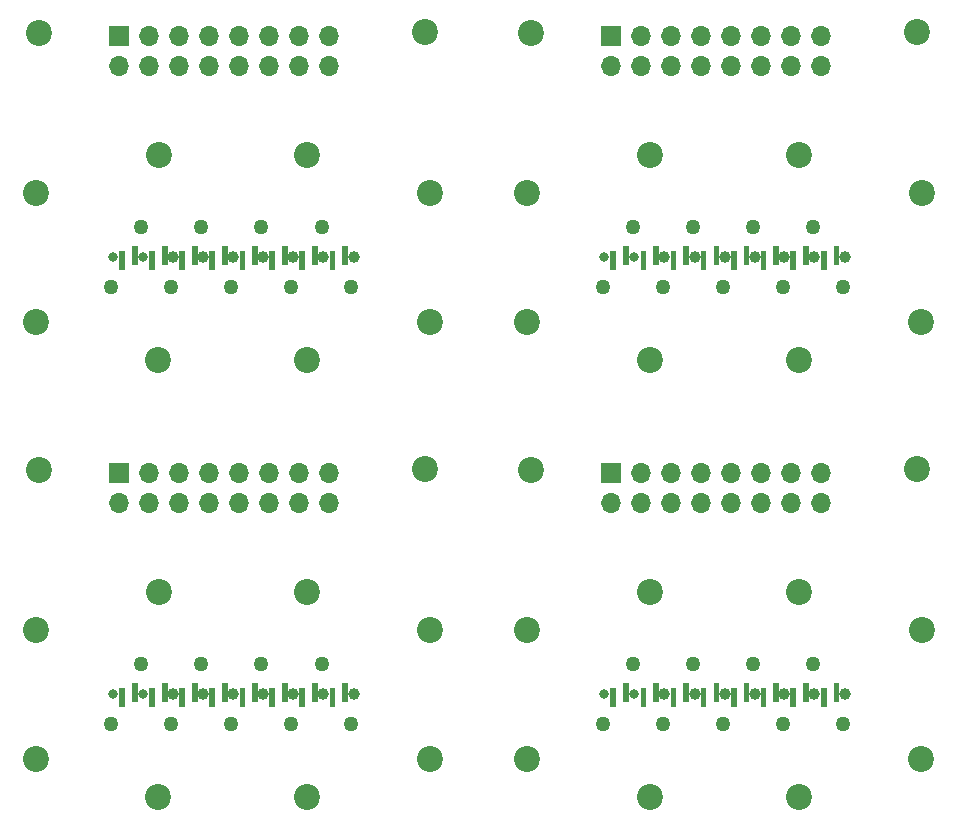
<source format=gbs>
%MOIN*%
%OFA0B0*%
%FSLAX46Y46*%
%IPPOS*%
%LPD*%
%ADD10C,0.0039370078740157488*%
%ADD11C,0.03937007874015748*%
%ADD12C,0.031496062992125991*%
%ADD13C,0.086614173228346469*%
%ADD14O,0.066929133858267723X0.066929133858267723*%
%ADD15R,0.066929133858267723X0.066929133858267723*%
%ADD16R,0.015748031496062995X0.059055118110236227*%
%ADD17C,0.05*%
%ADD28C,0.0039370078740157488*%
%ADD29C,0.03937007874015748*%
%ADD30C,0.031496062992125991*%
%ADD31C,0.086614173228346469*%
%ADD32O,0.066929133858267723X0.066929133858267723*%
%ADD33R,0.066929133858267723X0.066929133858267723*%
%ADD34R,0.015748031496062995X0.059055118110236227*%
%ADD35C,0.05*%
%ADD36C,0.0039370078740157488*%
%ADD37C,0.03937007874015748*%
%ADD38C,0.031496062992125991*%
%ADD39C,0.086614173228346469*%
%ADD40O,0.066929133858267723X0.066929133858267723*%
%ADD41R,0.066929133858267723X0.066929133858267723*%
%ADD42R,0.015748031496062995X0.059055118110236227*%
%ADD43C,0.05*%
%ADD44C,0.0039370078740157488*%
%ADD45C,0.03937007874015748*%
%ADD46C,0.031496062992125991*%
%ADD47C,0.086614173228346469*%
%ADD48O,0.066929133858267723X0.066929133858267723*%
%ADD49R,0.066929133858267723X0.066929133858267723*%
%ADD50R,0.015748031496062995X0.059055118110236227*%
%ADD51C,0.05*%
G01*
D10*
G36*
X0000503264Y0000514205D02*
G01*
X0000519012Y0000514205D01*
X0000519012Y0000455150D01*
X0000503264Y0000455150D01*
X0000503264Y0000514205D01*
G37*
X0000503264Y0000514205D02*
X0000519012Y0000514205D01*
X0000519012Y0000455150D01*
X0000503264Y0000455150D01*
X0000503264Y0000514205D01*
G36*
X0000545783Y0000529953D02*
G01*
X0000561531Y0000529953D01*
X0000561531Y0000470898D01*
X0000545783Y0000470898D01*
X0000545783Y0000529953D01*
G37*
X0000545783Y0000529953D02*
X0000561531Y0000529953D01*
X0000561531Y0000470898D01*
X0000545783Y0000470898D01*
X0000545783Y0000529953D01*
G36*
X0000603264Y0000513205D02*
G01*
X0000619012Y0000513205D01*
X0000619012Y0000454150D01*
X0000603264Y0000454150D01*
X0000603264Y0000513205D01*
G37*
X0000603264Y0000513205D02*
X0000619012Y0000513205D01*
X0000619012Y0000454150D01*
X0000603264Y0000454150D01*
X0000603264Y0000513205D01*
G36*
X0000645783Y0000528953D02*
G01*
X0000661531Y0000528953D01*
X0000661531Y0000469898D01*
X0000645783Y0000469898D01*
X0000645783Y0000528953D01*
G37*
X0000645783Y0000528953D02*
X0000661531Y0000528953D01*
X0000661531Y0000469898D01*
X0000645783Y0000469898D01*
X0000645783Y0000528953D01*
G36*
X0000703764Y0000513705D02*
G01*
X0000719512Y0000513705D01*
X0000719512Y0000454650D01*
X0000703764Y0000454650D01*
X0000703764Y0000513705D01*
G37*
X0000703764Y0000513705D02*
X0000719512Y0000513705D01*
X0000719512Y0000454650D01*
X0000703764Y0000454650D01*
X0000703764Y0000513705D01*
G36*
X0000746283Y0000529453D02*
G01*
X0000762031Y0000529453D01*
X0000762031Y0000470398D01*
X0000746283Y0000470398D01*
X0000746283Y0000529453D01*
G37*
X0000746283Y0000529453D02*
X0000762031Y0000529453D01*
X0000762031Y0000470398D01*
X0000746283Y0000470398D01*
X0000746283Y0000529453D01*
G36*
X0000804264Y0000513705D02*
G01*
X0000820012Y0000513705D01*
X0000820012Y0000454650D01*
X0000804264Y0000454650D01*
X0000804264Y0000513705D01*
G37*
X0000804264Y0000513705D02*
X0000820012Y0000513705D01*
X0000820012Y0000454650D01*
X0000804264Y0000454650D01*
X0000804264Y0000513705D01*
G36*
X0000846783Y0000529453D02*
G01*
X0000862531Y0000529453D01*
X0000862531Y0000470398D01*
X0000846783Y0000470398D01*
X0000846783Y0000529453D01*
G37*
X0000846783Y0000529453D02*
X0000862531Y0000529453D01*
X0000862531Y0000470398D01*
X0000846783Y0000470398D01*
X0000846783Y0000529453D01*
G36*
X0000402764Y0000513705D02*
G01*
X0000418512Y0000513705D01*
X0000418512Y0000454650D01*
X0000402764Y0000454650D01*
X0000402764Y0000513705D01*
G37*
X0000402764Y0000513705D02*
X0000418512Y0000513705D01*
X0000418512Y0000454650D01*
X0000402764Y0000454650D01*
X0000402764Y0000513705D01*
G36*
X0000445283Y0000529453D02*
G01*
X0000461031Y0000529453D01*
X0000461031Y0000470398D01*
X0000445283Y0000470398D01*
X0000445283Y0000529453D01*
G37*
X0000445283Y0000529453D02*
X0000461031Y0000529453D01*
X0000461031Y0000470398D01*
X0000445283Y0000470398D01*
X0000445283Y0000529453D01*
G36*
X0000903264Y0000513705D02*
G01*
X0000919012Y0000513705D01*
X0000919012Y0000454650D01*
X0000903264Y0000454650D01*
X0000903264Y0000513705D01*
G37*
X0000903264Y0000513705D02*
X0000919012Y0000513705D01*
X0000919012Y0000454650D01*
X0000903264Y0000454650D01*
X0000903264Y0000513705D01*
G36*
X0000945783Y0000529453D02*
G01*
X0000961531Y0000529453D01*
X0000961531Y0000470398D01*
X0000945783Y0000470398D01*
X0000945783Y0000529453D01*
G37*
X0000945783Y0000529453D02*
X0000961531Y0000529453D01*
X0000961531Y0000470398D01*
X0000945783Y0000470398D01*
X0000945783Y0000529453D01*
G36*
X0001002764Y0000513705D02*
G01*
X0001018512Y0000513705D01*
X0001018512Y0000454650D01*
X0001002764Y0000454650D01*
X0001002764Y0000513705D01*
G37*
X0001002764Y0000513705D02*
X0001018512Y0000513705D01*
X0001018512Y0000454650D01*
X0001002764Y0000454650D01*
X0001002764Y0000513705D01*
G36*
X0001045283Y0000529453D02*
G01*
X0001061031Y0000529453D01*
X0001061031Y0000470398D01*
X0001045283Y0000470398D01*
X0001045283Y0000529453D01*
G37*
X0001045283Y0000529453D02*
X0001061031Y0000529453D01*
X0001061031Y0000470398D01*
X0001045283Y0000470398D01*
X0001045283Y0000529453D01*
G36*
X0001104264Y0000513705D02*
G01*
X0001120012Y0000513705D01*
X0001120012Y0000454650D01*
X0001104264Y0000454650D01*
X0001104264Y0000513705D01*
G37*
X0001104264Y0000513705D02*
X0001120012Y0000513705D01*
X0001120012Y0000454650D01*
X0001104264Y0000454650D01*
X0001104264Y0000513705D01*
G36*
X0001146783Y0000529453D02*
G01*
X0001162531Y0000529453D01*
X0001162531Y0000470398D01*
X0001146783Y0000470398D01*
X0001146783Y0000529453D01*
G37*
X0001146783Y0000529453D02*
X0001162531Y0000529453D01*
X0001162531Y0000470398D01*
X0001146783Y0000470398D01*
X0001146783Y0000529453D01*
D11*
X0000582397Y0000492052D03*
X0001185897Y0000492052D03*
X0001082397Y0000492052D03*
X0000783397Y0000492052D03*
D12*
X0000482397Y0000492052D03*
D11*
X0000682897Y0000492052D03*
X0000982397Y0000492052D03*
D12*
X0000381897Y0000492052D03*
D11*
X0000882897Y0000492052D03*
D13*
X0000136897Y0001241052D03*
X0001423897Y0001243052D03*
D14*
X0001103897Y0001130052D03*
X0001103897Y0001230052D03*
X0001003897Y0001130052D03*
X0001003897Y0001230052D03*
X0000903897Y0001130052D03*
X0000903897Y0001230052D03*
X0000803897Y0001130052D03*
X0000803897Y0001230052D03*
X0000703897Y0001130052D03*
X0000703897Y0001230052D03*
X0000603897Y0001130052D03*
X0000603897Y0001230052D03*
X0000503897Y0001130052D03*
X0000503897Y0001230052D03*
X0000403897Y0001130052D03*
D15*
X0000403897Y0001230052D03*
D16*
X0000511138Y0000484678D03*
X0000553657Y0000500426D03*
X0000611138Y0000483678D03*
X0000653657Y0000499426D03*
X0000711638Y0000484178D03*
X0000754157Y0000499926D03*
X0000812138Y0000484178D03*
X0000854657Y0000499926D03*
X0000410638Y0000484178D03*
X0000453157Y0000499926D03*
D17*
X0000376897Y0000392052D03*
D16*
X0000911138Y0000484178D03*
X0000953657Y0000499926D03*
D13*
X0000124897Y0000708552D03*
X0000533897Y0000149552D03*
X0000124897Y0000275552D03*
X0001439397Y0000275552D03*
X0001439897Y0000708552D03*
X0000534397Y0000834552D03*
X0001030397Y0000149552D03*
X0001030397Y0000834552D03*
D17*
X0000876897Y0000592052D03*
X0000476897Y0000592052D03*
X0000576897Y0000392052D03*
X0000776897Y0000392052D03*
X0000976897Y0000392052D03*
X0001176897Y0000393052D03*
X0001077397Y0000592052D03*
X0000676897Y0000592052D03*
D16*
X0001010638Y0000484178D03*
X0001053157Y0000499926D03*
X0001112138Y0000484178D03*
X0001154657Y0000499926D03*
G04 next file*
G04 #@! TF.GenerationSoftware,KiCad,Pcbnew,(5.1.12)-1*
G04 #@! TF.CreationDate,2022-03-29T12:16:14+08:00*
G04 #@! TF.ProjectId,Nozzle,4e6f7a7a-6c65-42e6-9b69-6361645f7063,Gen3.1a*
G04 #@! TF.SameCoordinates,Original*
G04 #@! TF.FileFunction,Soldermask,Bot*
G04 #@! TF.FilePolarity,Negative*
G04 Gerber Fmt 4.6, Leading zero omitted, Abs format (unit mm)*
G04 Created by KiCad (PCBNEW (5.1.12)-1) date 2022-03-29 12:16:14*
G01*
G04 APERTURE LIST*
G04 APERTURE END LIST*
D28*
G36*
X0002140968Y0000514205D02*
G01*
X0002156716Y0000514205D01*
X0002156716Y0000455150D01*
X0002140968Y0000455150D01*
X0002140968Y0000514205D01*
G37*
X0002140968Y0000514205D02*
X0002156716Y0000514205D01*
X0002156716Y0000455150D01*
X0002140968Y0000455150D01*
X0002140968Y0000514205D01*
G36*
X0002183488Y0000529953D02*
G01*
X0002199236Y0000529953D01*
X0002199236Y0000470898D01*
X0002183488Y0000470898D01*
X0002183488Y0000529953D01*
G37*
X0002183488Y0000529953D02*
X0002199236Y0000529953D01*
X0002199236Y0000470898D01*
X0002183488Y0000470898D01*
X0002183488Y0000529953D01*
G36*
X0002240968Y0000513205D02*
G01*
X0002256716Y0000513205D01*
X0002256716Y0000454150D01*
X0002240968Y0000454150D01*
X0002240968Y0000513205D01*
G37*
X0002240968Y0000513205D02*
X0002256716Y0000513205D01*
X0002256716Y0000454150D01*
X0002240968Y0000454150D01*
X0002240968Y0000513205D01*
G36*
X0002283488Y0000528953D02*
G01*
X0002299236Y0000528953D01*
X0002299236Y0000469898D01*
X0002283488Y0000469898D01*
X0002283488Y0000528953D01*
G37*
X0002283488Y0000528953D02*
X0002299236Y0000528953D01*
X0002299236Y0000469898D01*
X0002283488Y0000469898D01*
X0002283488Y0000528953D01*
G36*
X0002341468Y0000513705D02*
G01*
X0002357216Y0000513705D01*
X0002357216Y0000454650D01*
X0002341468Y0000454650D01*
X0002341468Y0000513705D01*
G37*
X0002341468Y0000513705D02*
X0002357216Y0000513705D01*
X0002357216Y0000454650D01*
X0002341468Y0000454650D01*
X0002341468Y0000513705D01*
G36*
X0002383988Y0000529453D02*
G01*
X0002399736Y0000529453D01*
X0002399736Y0000470398D01*
X0002383988Y0000470398D01*
X0002383988Y0000529453D01*
G37*
X0002383988Y0000529453D02*
X0002399736Y0000529453D01*
X0002399736Y0000470398D01*
X0002383988Y0000470398D01*
X0002383988Y0000529453D01*
G36*
X0002441968Y0000513705D02*
G01*
X0002457716Y0000513705D01*
X0002457716Y0000454650D01*
X0002441968Y0000454650D01*
X0002441968Y0000513705D01*
G37*
X0002441968Y0000513705D02*
X0002457716Y0000513705D01*
X0002457716Y0000454650D01*
X0002441968Y0000454650D01*
X0002441968Y0000513705D01*
G36*
X0002484488Y0000529453D02*
G01*
X0002500236Y0000529453D01*
X0002500236Y0000470398D01*
X0002484488Y0000470398D01*
X0002484488Y0000529453D01*
G37*
X0002484488Y0000529453D02*
X0002500236Y0000529453D01*
X0002500236Y0000470398D01*
X0002484488Y0000470398D01*
X0002484488Y0000529453D01*
G36*
X0002040468Y0000513705D02*
G01*
X0002056216Y0000513705D01*
X0002056216Y0000454650D01*
X0002040468Y0000454650D01*
X0002040468Y0000513705D01*
G37*
X0002040468Y0000513705D02*
X0002056216Y0000513705D01*
X0002056216Y0000454650D01*
X0002040468Y0000454650D01*
X0002040468Y0000513705D01*
G36*
X0002082988Y0000529453D02*
G01*
X0002098736Y0000529453D01*
X0002098736Y0000470398D01*
X0002082988Y0000470398D01*
X0002082988Y0000529453D01*
G37*
X0002082988Y0000529453D02*
X0002098736Y0000529453D01*
X0002098736Y0000470398D01*
X0002082988Y0000470398D01*
X0002082988Y0000529453D01*
G36*
X0002540968Y0000513705D02*
G01*
X0002556716Y0000513705D01*
X0002556716Y0000454650D01*
X0002540968Y0000454650D01*
X0002540968Y0000513705D01*
G37*
X0002540968Y0000513705D02*
X0002556716Y0000513705D01*
X0002556716Y0000454650D01*
X0002540968Y0000454650D01*
X0002540968Y0000513705D01*
G36*
X0002583488Y0000529453D02*
G01*
X0002599236Y0000529453D01*
X0002599236Y0000470398D01*
X0002583488Y0000470398D01*
X0002583488Y0000529453D01*
G37*
X0002583488Y0000529453D02*
X0002599236Y0000529453D01*
X0002599236Y0000470398D01*
X0002583488Y0000470398D01*
X0002583488Y0000529453D01*
G36*
X0002640468Y0000513705D02*
G01*
X0002656216Y0000513705D01*
X0002656216Y0000454650D01*
X0002640468Y0000454650D01*
X0002640468Y0000513705D01*
G37*
X0002640468Y0000513705D02*
X0002656216Y0000513705D01*
X0002656216Y0000454650D01*
X0002640468Y0000454650D01*
X0002640468Y0000513705D01*
G36*
X0002682988Y0000529453D02*
G01*
X0002698736Y0000529453D01*
X0002698736Y0000470398D01*
X0002682988Y0000470398D01*
X0002682988Y0000529453D01*
G37*
X0002682988Y0000529453D02*
X0002698736Y0000529453D01*
X0002698736Y0000470398D01*
X0002682988Y0000470398D01*
X0002682988Y0000529453D01*
G36*
X0002741968Y0000513705D02*
G01*
X0002757716Y0000513705D01*
X0002757716Y0000454650D01*
X0002741968Y0000454650D01*
X0002741968Y0000513705D01*
G37*
X0002741968Y0000513705D02*
X0002757716Y0000513705D01*
X0002757716Y0000454650D01*
X0002741968Y0000454650D01*
X0002741968Y0000513705D01*
G36*
X0002784488Y0000529453D02*
G01*
X0002800236Y0000529453D01*
X0002800236Y0000470398D01*
X0002784488Y0000470398D01*
X0002784488Y0000529453D01*
G37*
X0002784488Y0000529453D02*
X0002800236Y0000529453D01*
X0002800236Y0000470398D01*
X0002784488Y0000470398D01*
X0002784488Y0000529453D01*
D29*
X0002220102Y0000492052D03*
X0002823602Y0000492052D03*
X0002720102Y0000492052D03*
X0002421102Y0000492052D03*
D30*
X0002120102Y0000492052D03*
D29*
X0002320602Y0000492052D03*
X0002620102Y0000492052D03*
D30*
X0002019602Y0000492052D03*
D29*
X0002520602Y0000492052D03*
D31*
X0001774602Y0001241052D03*
X0003061602Y0001243052D03*
D32*
X0002741602Y0001130052D03*
X0002741602Y0001230052D03*
X0002641602Y0001130052D03*
X0002641602Y0001230052D03*
X0002541602Y0001130052D03*
X0002541602Y0001230052D03*
X0002441602Y0001130052D03*
X0002441602Y0001230052D03*
X0002341602Y0001130052D03*
X0002341602Y0001230052D03*
X0002241602Y0001130052D03*
X0002241602Y0001230052D03*
X0002141602Y0001130052D03*
X0002141602Y0001230052D03*
X0002041602Y0001130052D03*
D33*
X0002041602Y0001230052D03*
D34*
X0002148842Y0000484678D03*
X0002191362Y0000500426D03*
X0002248842Y0000483678D03*
X0002291362Y0000499426D03*
X0002349342Y0000484178D03*
X0002391862Y0000499926D03*
X0002449842Y0000484178D03*
X0002492362Y0000499926D03*
X0002048342Y0000484178D03*
X0002090862Y0000499926D03*
D35*
X0002014602Y0000392052D03*
D34*
X0002548842Y0000484178D03*
X0002591362Y0000499926D03*
D31*
X0001762602Y0000708552D03*
X0002171602Y0000149552D03*
X0001762602Y0000275552D03*
X0003077102Y0000275552D03*
X0003077602Y0000708552D03*
X0002172102Y0000834552D03*
X0002668102Y0000149552D03*
X0002668102Y0000834552D03*
D35*
X0002514602Y0000592052D03*
X0002114602Y0000592052D03*
X0002214602Y0000392052D03*
X0002414602Y0000392052D03*
X0002614602Y0000392052D03*
X0002814602Y0000393052D03*
X0002715102Y0000592052D03*
X0002314602Y0000592052D03*
D34*
X0002648342Y0000484178D03*
X0002690862Y0000499926D03*
X0002749842Y0000484178D03*
X0002792362Y0000499926D03*
G04 next file*
G04 #@! TF.GenerationSoftware,KiCad,Pcbnew,(5.1.12)-1*
G04 #@! TF.CreationDate,2022-03-29T12:16:14+08:00*
G04 #@! TF.ProjectId,Nozzle,4e6f7a7a-6c65-42e6-9b69-6361645f7063,Gen3.1a*
G04 #@! TF.SameCoordinates,Original*
G04 #@! TF.FileFunction,Soldermask,Bot*
G04 #@! TF.FilePolarity,Negative*
G04 Gerber Fmt 4.6, Leading zero omitted, Abs format (unit mm)*
G04 Created by KiCad (PCBNEW (5.1.12)-1) date 2022-03-29 12:16:14*
G01*
G04 APERTURE LIST*
G04 APERTURE END LIST*
D36*
G36*
X0000503264Y0001970899D02*
G01*
X0000519012Y0001970899D01*
X0000519012Y0001911844D01*
X0000503264Y0001911844D01*
X0000503264Y0001970899D01*
G37*
X0000503264Y0001970899D02*
X0000519012Y0001970899D01*
X0000519012Y0001911844D01*
X0000503264Y0001911844D01*
X0000503264Y0001970899D01*
G36*
X0000545783Y0001986647D02*
G01*
X0000561531Y0001986647D01*
X0000561531Y0001927592D01*
X0000545783Y0001927592D01*
X0000545783Y0001986647D01*
G37*
X0000545783Y0001986647D02*
X0000561531Y0001986647D01*
X0000561531Y0001927592D01*
X0000545783Y0001927592D01*
X0000545783Y0001986647D01*
G36*
X0000603264Y0001969899D02*
G01*
X0000619012Y0001969899D01*
X0000619012Y0001910844D01*
X0000603264Y0001910844D01*
X0000603264Y0001969899D01*
G37*
X0000603264Y0001969899D02*
X0000619012Y0001969899D01*
X0000619012Y0001910844D01*
X0000603264Y0001910844D01*
X0000603264Y0001969899D01*
G36*
X0000645783Y0001985647D02*
G01*
X0000661531Y0001985647D01*
X0000661531Y0001926592D01*
X0000645783Y0001926592D01*
X0000645783Y0001985647D01*
G37*
X0000645783Y0001985647D02*
X0000661531Y0001985647D01*
X0000661531Y0001926592D01*
X0000645783Y0001926592D01*
X0000645783Y0001985647D01*
G36*
X0000703764Y0001970399D02*
G01*
X0000719512Y0001970399D01*
X0000719512Y0001911344D01*
X0000703764Y0001911344D01*
X0000703764Y0001970399D01*
G37*
X0000703764Y0001970399D02*
X0000719512Y0001970399D01*
X0000719512Y0001911344D01*
X0000703764Y0001911344D01*
X0000703764Y0001970399D01*
G36*
X0000746283Y0001986147D02*
G01*
X0000762031Y0001986147D01*
X0000762031Y0001927092D01*
X0000746283Y0001927092D01*
X0000746283Y0001986147D01*
G37*
X0000746283Y0001986147D02*
X0000762031Y0001986147D01*
X0000762031Y0001927092D01*
X0000746283Y0001927092D01*
X0000746283Y0001986147D01*
G36*
X0000804264Y0001970399D02*
G01*
X0000820012Y0001970399D01*
X0000820012Y0001911344D01*
X0000804264Y0001911344D01*
X0000804264Y0001970399D01*
G37*
X0000804264Y0001970399D02*
X0000820012Y0001970399D01*
X0000820012Y0001911344D01*
X0000804264Y0001911344D01*
X0000804264Y0001970399D01*
G36*
X0000846783Y0001986147D02*
G01*
X0000862531Y0001986147D01*
X0000862531Y0001927092D01*
X0000846783Y0001927092D01*
X0000846783Y0001986147D01*
G37*
X0000846783Y0001986147D02*
X0000862531Y0001986147D01*
X0000862531Y0001927092D01*
X0000846783Y0001927092D01*
X0000846783Y0001986147D01*
G36*
X0000402764Y0001970399D02*
G01*
X0000418512Y0001970399D01*
X0000418512Y0001911344D01*
X0000402764Y0001911344D01*
X0000402764Y0001970399D01*
G37*
X0000402764Y0001970399D02*
X0000418512Y0001970399D01*
X0000418512Y0001911344D01*
X0000402764Y0001911344D01*
X0000402764Y0001970399D01*
G36*
X0000445283Y0001986147D02*
G01*
X0000461031Y0001986147D01*
X0000461031Y0001927092D01*
X0000445283Y0001927092D01*
X0000445283Y0001986147D01*
G37*
X0000445283Y0001986147D02*
X0000461031Y0001986147D01*
X0000461031Y0001927092D01*
X0000445283Y0001927092D01*
X0000445283Y0001986147D01*
G36*
X0000903264Y0001970399D02*
G01*
X0000919012Y0001970399D01*
X0000919012Y0001911344D01*
X0000903264Y0001911344D01*
X0000903264Y0001970399D01*
G37*
X0000903264Y0001970399D02*
X0000919012Y0001970399D01*
X0000919012Y0001911344D01*
X0000903264Y0001911344D01*
X0000903264Y0001970399D01*
G36*
X0000945783Y0001986147D02*
G01*
X0000961531Y0001986147D01*
X0000961531Y0001927092D01*
X0000945783Y0001927092D01*
X0000945783Y0001986147D01*
G37*
X0000945783Y0001986147D02*
X0000961531Y0001986147D01*
X0000961531Y0001927092D01*
X0000945783Y0001927092D01*
X0000945783Y0001986147D01*
G36*
X0001002764Y0001970399D02*
G01*
X0001018512Y0001970399D01*
X0001018512Y0001911344D01*
X0001002764Y0001911344D01*
X0001002764Y0001970399D01*
G37*
X0001002764Y0001970399D02*
X0001018512Y0001970399D01*
X0001018512Y0001911344D01*
X0001002764Y0001911344D01*
X0001002764Y0001970399D01*
G36*
X0001045283Y0001986147D02*
G01*
X0001061031Y0001986147D01*
X0001061031Y0001927092D01*
X0001045283Y0001927092D01*
X0001045283Y0001986147D01*
G37*
X0001045283Y0001986147D02*
X0001061031Y0001986147D01*
X0001061031Y0001927092D01*
X0001045283Y0001927092D01*
X0001045283Y0001986147D01*
G36*
X0001104264Y0001970399D02*
G01*
X0001120012Y0001970399D01*
X0001120012Y0001911344D01*
X0001104264Y0001911344D01*
X0001104264Y0001970399D01*
G37*
X0001104264Y0001970399D02*
X0001120012Y0001970399D01*
X0001120012Y0001911344D01*
X0001104264Y0001911344D01*
X0001104264Y0001970399D01*
G36*
X0001146783Y0001986147D02*
G01*
X0001162531Y0001986147D01*
X0001162531Y0001927092D01*
X0001146783Y0001927092D01*
X0001146783Y0001986147D01*
G37*
X0001146783Y0001986147D02*
X0001162531Y0001986147D01*
X0001162531Y0001927092D01*
X0001146783Y0001927092D01*
X0001146783Y0001986147D01*
D37*
X0000582397Y0001948746D03*
X0001185897Y0001948746D03*
X0001082397Y0001948746D03*
X0000783397Y0001948746D03*
D38*
X0000482397Y0001948746D03*
D37*
X0000682897Y0001948746D03*
X0000982397Y0001948746D03*
D38*
X0000381897Y0001948746D03*
D37*
X0000882897Y0001948746D03*
D39*
X0000136897Y0002697746D03*
X0001423897Y0002699746D03*
D40*
X0001103897Y0002586746D03*
X0001103897Y0002686746D03*
X0001003897Y0002586746D03*
X0001003897Y0002686746D03*
X0000903897Y0002586746D03*
X0000903897Y0002686746D03*
X0000803897Y0002586746D03*
X0000803897Y0002686746D03*
X0000703897Y0002586746D03*
X0000703897Y0002686746D03*
X0000603897Y0002586746D03*
X0000603897Y0002686746D03*
X0000503897Y0002586746D03*
X0000503897Y0002686746D03*
X0000403897Y0002586746D03*
D41*
X0000403897Y0002686746D03*
D42*
X0000511138Y0001941372D03*
X0000553657Y0001957120D03*
X0000611138Y0001940372D03*
X0000653657Y0001956120D03*
X0000711638Y0001940872D03*
X0000754157Y0001956620D03*
X0000812138Y0001940872D03*
X0000854657Y0001956620D03*
X0000410638Y0001940872D03*
X0000453157Y0001956620D03*
D43*
X0000376897Y0001848746D03*
D42*
X0000911138Y0001940872D03*
X0000953657Y0001956620D03*
D39*
X0000124897Y0002165246D03*
X0000533897Y0001606246D03*
X0000124897Y0001732246D03*
X0001439397Y0001732246D03*
X0001439897Y0002165246D03*
X0000534397Y0002291246D03*
X0001030397Y0001606246D03*
X0001030397Y0002291246D03*
D43*
X0000876897Y0002048746D03*
X0000476897Y0002048746D03*
X0000576897Y0001848746D03*
X0000776897Y0001848746D03*
X0000976897Y0001848746D03*
X0001176897Y0001849746D03*
X0001077397Y0002048746D03*
X0000676897Y0002048746D03*
D42*
X0001010638Y0001940872D03*
X0001053157Y0001956620D03*
X0001112138Y0001940872D03*
X0001154657Y0001956620D03*
G04 next file*
G04 #@! TF.GenerationSoftware,KiCad,Pcbnew,(5.1.12)-1*
G04 #@! TF.CreationDate,2022-03-29T12:16:14+08:00*
G04 #@! TF.ProjectId,Nozzle,4e6f7a7a-6c65-42e6-9b69-6361645f7063,Gen3.1a*
G04 #@! TF.SameCoordinates,Original*
G04 #@! TF.FileFunction,Soldermask,Bot*
G04 #@! TF.FilePolarity,Negative*
G04 Gerber Fmt 4.6, Leading zero omitted, Abs format (unit mm)*
G04 Created by KiCad (PCBNEW (5.1.12)-1) date 2022-03-29 12:16:14*
G01*
G04 APERTURE LIST*
G04 APERTURE END LIST*
D44*
G36*
X0002140968Y0001970899D02*
G01*
X0002156716Y0001970899D01*
X0002156716Y0001911844D01*
X0002140968Y0001911844D01*
X0002140968Y0001970899D01*
G37*
X0002140968Y0001970899D02*
X0002156716Y0001970899D01*
X0002156716Y0001911844D01*
X0002140968Y0001911844D01*
X0002140968Y0001970899D01*
G36*
X0002183488Y0001986647D02*
G01*
X0002199236Y0001986647D01*
X0002199236Y0001927592D01*
X0002183488Y0001927592D01*
X0002183488Y0001986647D01*
G37*
X0002183488Y0001986647D02*
X0002199236Y0001986647D01*
X0002199236Y0001927592D01*
X0002183488Y0001927592D01*
X0002183488Y0001986647D01*
G36*
X0002240968Y0001969899D02*
G01*
X0002256716Y0001969899D01*
X0002256716Y0001910844D01*
X0002240968Y0001910844D01*
X0002240968Y0001969899D01*
G37*
X0002240968Y0001969899D02*
X0002256716Y0001969899D01*
X0002256716Y0001910844D01*
X0002240968Y0001910844D01*
X0002240968Y0001969899D01*
G36*
X0002283488Y0001985647D02*
G01*
X0002299236Y0001985647D01*
X0002299236Y0001926592D01*
X0002283488Y0001926592D01*
X0002283488Y0001985647D01*
G37*
X0002283488Y0001985647D02*
X0002299236Y0001985647D01*
X0002299236Y0001926592D01*
X0002283488Y0001926592D01*
X0002283488Y0001985647D01*
G36*
X0002341468Y0001970399D02*
G01*
X0002357216Y0001970399D01*
X0002357216Y0001911344D01*
X0002341468Y0001911344D01*
X0002341468Y0001970399D01*
G37*
X0002341468Y0001970399D02*
X0002357216Y0001970399D01*
X0002357216Y0001911344D01*
X0002341468Y0001911344D01*
X0002341468Y0001970399D01*
G36*
X0002383988Y0001986147D02*
G01*
X0002399736Y0001986147D01*
X0002399736Y0001927092D01*
X0002383988Y0001927092D01*
X0002383988Y0001986147D01*
G37*
X0002383988Y0001986147D02*
X0002399736Y0001986147D01*
X0002399736Y0001927092D01*
X0002383988Y0001927092D01*
X0002383988Y0001986147D01*
G36*
X0002441968Y0001970399D02*
G01*
X0002457716Y0001970399D01*
X0002457716Y0001911344D01*
X0002441968Y0001911344D01*
X0002441968Y0001970399D01*
G37*
X0002441968Y0001970399D02*
X0002457716Y0001970399D01*
X0002457716Y0001911344D01*
X0002441968Y0001911344D01*
X0002441968Y0001970399D01*
G36*
X0002484488Y0001986147D02*
G01*
X0002500236Y0001986147D01*
X0002500236Y0001927092D01*
X0002484488Y0001927092D01*
X0002484488Y0001986147D01*
G37*
X0002484488Y0001986147D02*
X0002500236Y0001986147D01*
X0002500236Y0001927092D01*
X0002484488Y0001927092D01*
X0002484488Y0001986147D01*
G36*
X0002040468Y0001970399D02*
G01*
X0002056216Y0001970399D01*
X0002056216Y0001911344D01*
X0002040468Y0001911344D01*
X0002040468Y0001970399D01*
G37*
X0002040468Y0001970399D02*
X0002056216Y0001970399D01*
X0002056216Y0001911344D01*
X0002040468Y0001911344D01*
X0002040468Y0001970399D01*
G36*
X0002082988Y0001986147D02*
G01*
X0002098736Y0001986147D01*
X0002098736Y0001927092D01*
X0002082988Y0001927092D01*
X0002082988Y0001986147D01*
G37*
X0002082988Y0001986147D02*
X0002098736Y0001986147D01*
X0002098736Y0001927092D01*
X0002082988Y0001927092D01*
X0002082988Y0001986147D01*
G36*
X0002540968Y0001970399D02*
G01*
X0002556716Y0001970399D01*
X0002556716Y0001911344D01*
X0002540968Y0001911344D01*
X0002540968Y0001970399D01*
G37*
X0002540968Y0001970399D02*
X0002556716Y0001970399D01*
X0002556716Y0001911344D01*
X0002540968Y0001911344D01*
X0002540968Y0001970399D01*
G36*
X0002583488Y0001986147D02*
G01*
X0002599236Y0001986147D01*
X0002599236Y0001927092D01*
X0002583488Y0001927092D01*
X0002583488Y0001986147D01*
G37*
X0002583488Y0001986147D02*
X0002599236Y0001986147D01*
X0002599236Y0001927092D01*
X0002583488Y0001927092D01*
X0002583488Y0001986147D01*
G36*
X0002640468Y0001970399D02*
G01*
X0002656216Y0001970399D01*
X0002656216Y0001911344D01*
X0002640468Y0001911344D01*
X0002640468Y0001970399D01*
G37*
X0002640468Y0001970399D02*
X0002656216Y0001970399D01*
X0002656216Y0001911344D01*
X0002640468Y0001911344D01*
X0002640468Y0001970399D01*
G36*
X0002682988Y0001986147D02*
G01*
X0002698736Y0001986147D01*
X0002698736Y0001927092D01*
X0002682988Y0001927092D01*
X0002682988Y0001986147D01*
G37*
X0002682988Y0001986147D02*
X0002698736Y0001986147D01*
X0002698736Y0001927092D01*
X0002682988Y0001927092D01*
X0002682988Y0001986147D01*
G36*
X0002741968Y0001970399D02*
G01*
X0002757716Y0001970399D01*
X0002757716Y0001911344D01*
X0002741968Y0001911344D01*
X0002741968Y0001970399D01*
G37*
X0002741968Y0001970399D02*
X0002757716Y0001970399D01*
X0002757716Y0001911344D01*
X0002741968Y0001911344D01*
X0002741968Y0001970399D01*
G36*
X0002784488Y0001986147D02*
G01*
X0002800236Y0001986147D01*
X0002800236Y0001927092D01*
X0002784488Y0001927092D01*
X0002784488Y0001986147D01*
G37*
X0002784488Y0001986147D02*
X0002800236Y0001986147D01*
X0002800236Y0001927092D01*
X0002784488Y0001927092D01*
X0002784488Y0001986147D01*
D45*
X0002220102Y0001948746D03*
X0002823602Y0001948746D03*
X0002720102Y0001948746D03*
X0002421102Y0001948746D03*
D46*
X0002120102Y0001948746D03*
D45*
X0002320602Y0001948746D03*
X0002620102Y0001948746D03*
D46*
X0002019602Y0001948746D03*
D45*
X0002520602Y0001948746D03*
D47*
X0001774602Y0002697746D03*
X0003061602Y0002699746D03*
D48*
X0002741602Y0002586746D03*
X0002741602Y0002686746D03*
X0002641602Y0002586746D03*
X0002641602Y0002686746D03*
X0002541602Y0002586746D03*
X0002541602Y0002686746D03*
X0002441602Y0002586746D03*
X0002441602Y0002686746D03*
X0002341602Y0002586746D03*
X0002341602Y0002686746D03*
X0002241602Y0002586746D03*
X0002241602Y0002686746D03*
X0002141602Y0002586746D03*
X0002141602Y0002686746D03*
X0002041602Y0002586746D03*
D49*
X0002041602Y0002686746D03*
D50*
X0002148842Y0001941372D03*
X0002191362Y0001957120D03*
X0002248842Y0001940372D03*
X0002291362Y0001956120D03*
X0002349342Y0001940872D03*
X0002391862Y0001956620D03*
X0002449842Y0001940872D03*
X0002492362Y0001956620D03*
X0002048342Y0001940872D03*
X0002090862Y0001956620D03*
D51*
X0002014602Y0001848746D03*
D50*
X0002548842Y0001940872D03*
X0002591362Y0001956620D03*
D47*
X0001762602Y0002165246D03*
X0002171602Y0001606246D03*
X0001762602Y0001732246D03*
X0003077102Y0001732246D03*
X0003077602Y0002165246D03*
X0002172102Y0002291246D03*
X0002668102Y0001606246D03*
X0002668102Y0002291246D03*
D51*
X0002514602Y0002048746D03*
X0002114602Y0002048746D03*
X0002214602Y0001848746D03*
X0002414602Y0001848746D03*
X0002614602Y0001848746D03*
X0002814602Y0001849746D03*
X0002715102Y0002048746D03*
X0002314602Y0002048746D03*
D50*
X0002648342Y0001940872D03*
X0002690862Y0001956620D03*
X0002749842Y0001940872D03*
X0002792362Y0001956620D03*
M02*
</source>
